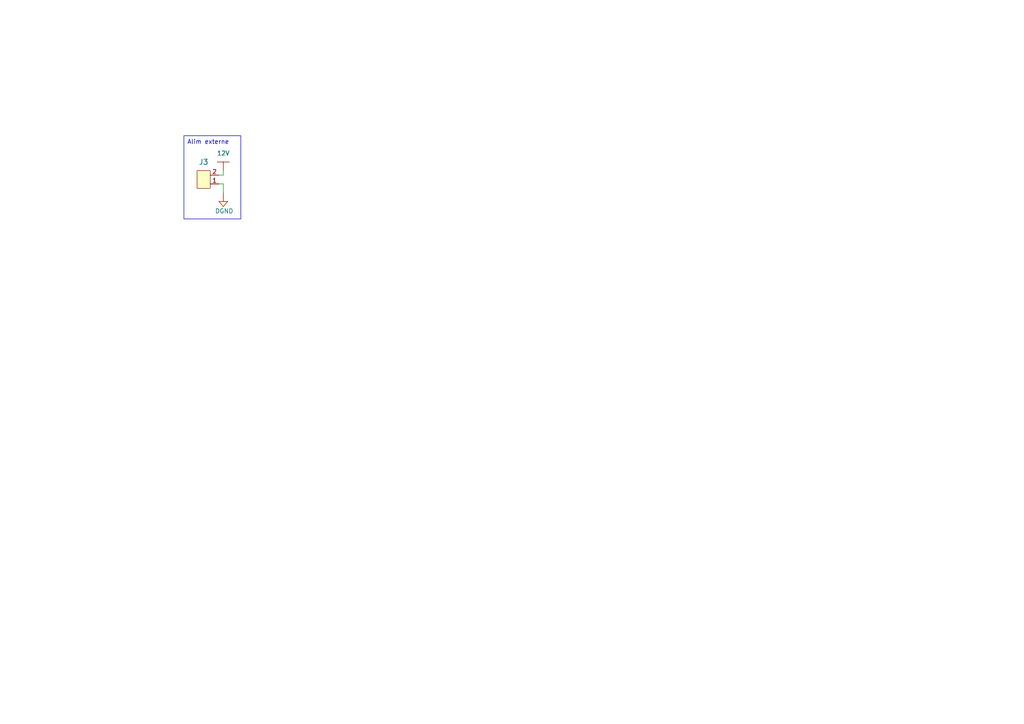
<source format=kicad_sch>
(kicad_sch (version 20231120) (generator "eeschema") (generator_version "8.0")
  (paper "A4")
  (title_block (title "PSU") (date "2024-05-13") (comment 1 "Gérémy Sauvageau"))
  (lib_symbols
    (symbol "Connectors:1935161" (pin_names (offset 0) hide)
      (property "Reference" "J" (at -2.54 5.08 0))
      (symbol "1935161_0_0"
        (rectangle (start -3.81 3.81) (end 0 -1.27) (fill (type background)))
      )
      (symbol "1935161_1_1"
        (pin passive line (at 2.54 0 180) (length 2.54) (name "~") (number "1"))
        (pin passive line (at 2.54 2.54 180) (length 2.54) (name "~") (number "2"))
      )
    )
    (symbol "Power_Port:12V" (power) (pin_numbers hide) (pin_names (offset 0) hide)
      (property "Value" "12V" (at -0.254 3.556 0))
      (symbol "12V_0_1"
        (polyline (pts (xy -1.778 2.54) (xy 0 2.54)))
        (polyline (pts (xy 0 0) (xy 0 2.54)))
        (polyline (pts (xy 0 2.54) (xy 1.778 2.54)))
      )
      (symbol "12V_1_1"
        (pin power_in line (at 0 0 90) (length 0) hide (name "12V") (number "1"))
      )
    )
    (symbol "Power_Port:DGND" (power) (pin_numbers hide) (pin_names (offset 0) hide)
      (property "Value" "DGND" (at 0 -2.54 0))
      (symbol "DGND_0_1"
        (polyline (pts (xy 0 0) (xy 1.27 0)))
        (polyline (pts (xy -1.27 0) (xy 0 -1.524) (xy 1.27 0)) (fill (type background)))
        (polyline (pts (xy 0 2.54) (xy 0 0) (xy -1.27 0)))
      )
      (symbol "DGND_1_1"
        (pin power_in line (at 0 2.54 90) (length 0) hide (name "DGND") (number "1"))
      )
    )
  )
  (wire (pts (xy 64.77 55.88) (xy 64.77 53.34)))
  (wire (pts (xy 64.77 50.8) (xy 63.5 50.8)))
  (wire (pts (xy 64.77 53.34) (xy 63.5 53.34)))
  (wire (pts (xy 64.77 49.53) (xy 64.77 50.8)))
  (text_box "Alim externe" (at 53.34 39.37 0) (size 16.51 24.13) (effects (font (size 1.27 1.27)) (justify left top)))
  (symbol (lib_id "Power_Port:12V") (at 64.77 49.53 0) (unit 1)
    (property "Reference" "#PWR029" (effects (hide yes)))
    (property "Value" "12V" (at 64.77 44.45 0))
  )
  (symbol (lib_id "Connectors:1935161") (at 60.96 53.34 0) (unit 1)
    (property "Reference" "J3" (at 59.055 46.99 0) (effects (font (size 1.524 1.524))))
    (property "Value" "1935161" (effects (hide yes)))
    (property "Footprint" "Connectors:1935161" (effects (hide yes)))
    (property "Datasheet" "https://media.digikey.com/pdf/Data%20Sheets/Phoenix%20Contact%20PDFs/1935161.pdf" (effects (hide yes)))
    (property "Description" "TERM BLOCK PCB 2POS 5.0MM GREEN" (effects (hide yes)))
    (property "Supplier" "Digikey" (effects (hide yes)))
    (property "Supplier Part Number" "277-1667-ND" (effects (hide yes)))
    (property "Manufacturer" "Phoenix Contact" (effects (hide yes)))
    (property "Manufacturer Part Number" "1935161" (effects (hide yes)))
  )
  (symbol (lib_id "Power_Port:DGND") (at 64.77 58.42 0) (unit 1)
    (property "Reference" "#PWR028" (effects (hide yes)))
    (property "Value" "DGND" (at 65.024 61.214 0))
  )
)
</source>
